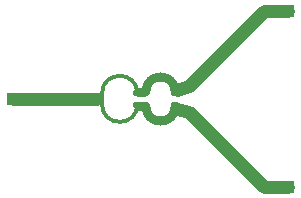
<source format=gbr>
%TF.GenerationSoftware,KiCad,Pcbnew,9.0.4*%
%TF.CreationDate,2025-10-05T12:43:14-07:00*%
%TF.ProjectId,Wilkinson PD,57696c6b-696e-4736-9f6e-2050442e6b69,rev?*%
%TF.SameCoordinates,Original*%
%TF.FileFunction,Copper,L1,Top*%
%TF.FilePolarity,Positive*%
%FSLAX46Y46*%
G04 Gerber Fmt 4.6, Leading zero omitted, Abs format (unit mm)*
G04 Created by KiCad (PCBNEW 9.0.4) date 2025-10-05 12:43:14*
%MOMM*%
%LPD*%
G01*
G04 APERTURE LIST*
G04 Aperture macros list*
%AMRoundRect*
0 Rectangle with rounded corners*
0 $1 Rounding radius*
0 $2 $3 $4 $5 $6 $7 $8 $9 X,Y pos of 4 corners*
0 Add a 4 corners polygon primitive as box body*
4,1,4,$2,$3,$4,$5,$6,$7,$8,$9,$2,$3,0*
0 Add four circle primitives for the rounded corners*
1,1,$1+$1,$2,$3*
1,1,$1+$1,$4,$5*
1,1,$1+$1,$6,$7*
1,1,$1+$1,$8,$9*
0 Add four rect primitives between the rounded corners*
20,1,$1+$1,$2,$3,$4,$5,0*
20,1,$1+$1,$4,$5,$6,$7,0*
20,1,$1+$1,$6,$7,$8,$9,0*
20,1,$1+$1,$8,$9,$2,$3,0*%
G04 Aperture macros list end*
%TA.AperFunction,EtchedComponent*%
%ADD10C,0.728980*%
%TD*%
%TA.AperFunction,EtchedComponent*%
%ADD11C,1.066800*%
%TD*%
%TA.AperFunction,EtchedComponent*%
%ADD12C,0.365760*%
%TD*%
%TA.AperFunction,EtchedComponent*%
%ADD13C,0.777240*%
%TD*%
%TA.AperFunction,SMDPad,CuDef*%
%ADD14R,1.064260X1.064260*%
%TD*%
%TA.AperFunction,SMDPad,CuDef*%
%ADD15R,1.066800X1.066800*%
%TD*%
%TA.AperFunction,SMDPad,CuDef*%
%ADD16C,1.066800*%
%TD*%
%TA.AperFunction,SMDPad,CuDef*%
%ADD17RoundRect,0.135001X-0.185039X-0.135001X0.185039X-0.135001X0.185039X0.135001X-0.185039X0.135001X0*%
%TD*%
%TA.AperFunction,Conductor*%
%ADD18C,1.066800*%
%TD*%
G04 APERTURE END LIST*
D10*
%TO.C,WPD1*%
X159994041Y-78511800D02*
X160576971Y-78511800D01*
X159995951Y-77289660D02*
X160533161Y-77299820D01*
D11*
X163281441Y-77101700D02*
X164310141Y-76781660D01*
X163281441Y-78701900D02*
X164310141Y-79021940D01*
D12*
X156940250Y-77444600D02*
G75*
G02*
X159954040Y-77444600I1506895J0D01*
G01*
X159950936Y-78324905D02*
G75*
G02*
X156937146Y-78324905I-1506895J0D01*
G01*
D13*
X160662701Y-77273150D02*
G75*
G02*
X163142391Y-77273150I1239845J0D01*
G01*
X163142312Y-78530437D02*
G75*
G02*
X160662622Y-78530437I-1239845J0D01*
G01*
%TD*%
D14*
%TO.P,U2,1,port2*%
%TO.N,Net-(U2-port2)*%
X172666741Y-70457060D03*
%TD*%
%TO.P,U3,1,port1*%
%TO.N,Net-(U3-port1)*%
X149453600Y-77901800D03*
%TD*%
D15*
%TO.P,WPD1,1,In*%
%TO.N,Net-(U3-port1)*%
X156591000Y-77901800D03*
D16*
%TO.P,WPD1,2,PD1*%
%TO.N,Net-(U2-port2)*%
X164344041Y-76771800D03*
%TO.P,WPD1,3,PD2*%
%TO.N,Net-(U1-port3)*%
X164354041Y-79031800D03*
D17*
%TO.P,WPD1,4,R1*%
%TO.N,unconnected-(WPD1-R1-Pad4)*%
X159954041Y-77391768D03*
%TO.P,WPD1,5,R1*%
%TO.N,unconnected-(WPD1-R1-Pad5)*%
X159954041Y-78411832D03*
%TO.P,WPD1,6,R2*%
%TO.N,unconnected-(WPD1-R2-Pad6)*%
X163142391Y-77391768D03*
%TO.P,WPD1,7,R2*%
%TO.N,unconnected-(WPD1-R2-Pad7)*%
X163142391Y-78411832D03*
%TD*%
D14*
%TO.P,U1,1,port3*%
%TO.N,Net-(U1-port3)*%
X172666741Y-85346540D03*
%TD*%
D18*
%TO.N,Net-(U1-port3)*%
X164310141Y-79021940D02*
X170634741Y-85346540D01*
X170634741Y-85346540D02*
X172666741Y-85346540D01*
%TO.N,Net-(U2-port2)*%
X164310141Y-76781660D02*
X170634741Y-70457060D01*
X170634741Y-70457060D02*
X172666741Y-70457060D01*
%TO.N,Net-(U3-port1)*%
X156565666Y-77901800D02*
X149453600Y-77901800D01*
%TD*%
M02*

</source>
